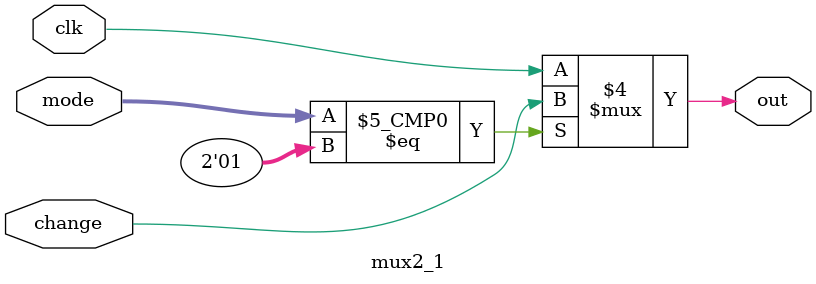
<source format=v>
`timescale 1ns / 1ps
module mux2_1(mode, clk, change, out);
input[1:0]mode;
input clk;
input change;
output out;
reg out;

always @(mode, clk, change)begin
	case(mode)
		0: out = clk;
		1: out = change;
		2: out = clk;
		default: out = clk;
	endcase
end
		
//assign out = (mode == 0)?clk:change;
	
endmodule

</source>
